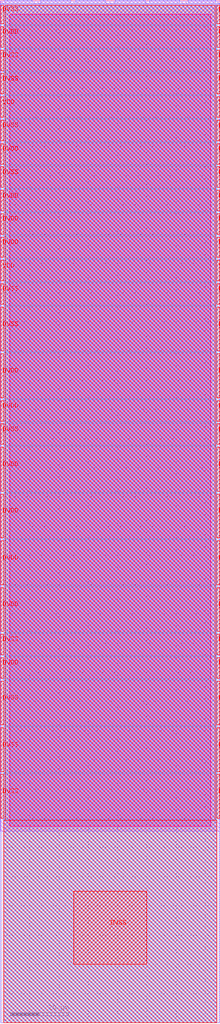
<source format=lef>
VERSION 5.7 ;
  NOWIREEXTENSIONATPIN ON ;
  DIVIDERCHAR "/" ;
  BUSBITCHARS "[]" ;
MACRO gf180mcu_fd_io__dvss
  CLASS PAD POWER ;
  FOREIGN gf180mcu_fd_io__dvss ;
  ORIGIN 0.000 0.000 ;
  SIZE 75.000 BY 350.000 ;
  SYMMETRY X Y R90 ;
  SITE GF_IO_Site ;
  PIN DVDD
    DIRECTION INOUT ;
    USE POWER ;
    PORT
      LAYER Metal5 ;
        RECT 74.000 118.000 75.000 125.000 ;
    END
    PORT
      LAYER Metal5 ;
        RECT 74.000 182.000 75.000 197.000 ;
    END
    PORT
      LAYER Metal5 ;
        RECT 74.000 166.000 75.000 181.000 ;
    END
    PORT
      LAYER Metal5 ;
        RECT 74.000 150.000 75.000 165.000 ;
    END
    PORT
      LAYER Metal5 ;
        RECT 74.000 134.000 75.000 149.000 ;
    END
    PORT
      LAYER Metal5 ;
        RECT 74.000 214.000 75.000 229.000 ;
    END
    PORT
      LAYER Metal5 ;
        RECT 74.000 206.000 75.000 213.000 ;
    END
    PORT
      LAYER Metal5 ;
        RECT 74.000 278.000 75.000 285.000 ;
    END
    PORT
      LAYER Metal5 ;
        RECT 74.000 270.000 75.000 277.000 ;
    END
    PORT
      LAYER Metal5 ;
        RECT 74.000 262.000 75.000 269.000 ;
    END
    PORT
      LAYER Metal5 ;
        RECT 74.000 294.000 75.000 301.000 ;
    END
    PORT
      LAYER Metal5 ;
        RECT 74.000 334.000 75.000 341.000 ;
    END
    PORT
      LAYER Metal4 ;
        RECT 74.000 118.000 75.000 125.000 ;
    END
    PORT
      LAYER Metal4 ;
        RECT 74.000 182.000 75.000 197.000 ;
    END
    PORT
      LAYER Metal4 ;
        RECT 74.000 166.000 75.000 181.000 ;
    END
    PORT
      LAYER Metal4 ;
        RECT 74.000 150.000 75.000 165.000 ;
    END
    PORT
      LAYER Metal4 ;
        RECT 74.000 134.000 75.000 149.000 ;
    END
    PORT
      LAYER Metal4 ;
        RECT 74.000 214.000 75.000 229.000 ;
    END
    PORT
      LAYER Metal4 ;
        RECT 74.000 206.000 75.000 213.000 ;
    END
    PORT
      LAYER Metal4 ;
        RECT 74.000 278.000 75.000 285.000 ;
    END
    PORT
      LAYER Metal4 ;
        RECT 74.000 270.000 75.000 277.000 ;
    END
    PORT
      LAYER Metal4 ;
        RECT 74.000 262.000 75.000 269.000 ;
    END
    PORT
      LAYER Metal4 ;
        RECT 74.000 294.000 75.000 301.000 ;
    END
    PORT
      LAYER Metal4 ;
        RECT 74.000 334.000 75.000 341.000 ;
    END
    PORT
      LAYER Metal3 ;
        RECT 74.000 118.000 75.000 125.000 ;
    END
    PORT
      LAYER Metal3 ;
        RECT 74.000 182.000 75.000 197.000 ;
    END
    PORT
      LAYER Metal3 ;
        RECT 74.000 166.000 75.000 181.000 ;
    END
    PORT
      LAYER Metal3 ;
        RECT 74.000 150.000 75.000 165.000 ;
    END
    PORT
      LAYER Metal3 ;
        RECT 74.000 134.000 75.000 149.000 ;
    END
    PORT
      LAYER Metal3 ;
        RECT 74.000 214.000 75.000 229.000 ;
    END
    PORT
      LAYER Metal3 ;
        RECT 74.000 206.000 75.000 213.000 ;
    END
    PORT
      LAYER Metal3 ;
        RECT 74.000 278.000 75.000 285.000 ;
    END
    PORT
      LAYER Metal3 ;
        RECT 74.000 270.000 75.000 277.000 ;
    END
    PORT
      LAYER Metal3 ;
        RECT 74.000 262.000 75.000 269.000 ;
    END
    PORT
      LAYER Metal3 ;
        RECT 74.000 294.000 75.000 301.000 ;
    END
    PORT
      LAYER Metal3 ;
        RECT 74.000 334.000 75.000 341.000 ;
    END
    PORT
      LAYER Metal3 ;
        RECT 0.000 334.000 1.000 341.000 ;
    END
    PORT
      LAYER Metal3 ;
        RECT 0.000 294.000 1.000 301.000 ;
    END
    PORT
      LAYER Metal3 ;
        RECT 0.000 262.000 1.000 269.000 ;
    END
    PORT
      LAYER Metal3 ;
        RECT 0.000 270.000 1.000 277.000 ;
    END
    PORT
      LAYER Metal3 ;
        RECT 0.000 278.000 1.000 285.000 ;
    END
    PORT
      LAYER Metal3 ;
        RECT 0.000 206.000 1.000 213.000 ;
    END
    PORT
      LAYER Metal3 ;
        RECT 0.000 214.000 1.000 229.000 ;
    END
    PORT
      LAYER Metal3 ;
        RECT 0.000 134.000 1.000 149.000 ;
    END
    PORT
      LAYER Metal3 ;
        RECT 0.000 150.000 1.000 165.000 ;
    END
    PORT
      LAYER Metal3 ;
        RECT 0.000 166.000 1.000 181.000 ;
    END
    PORT
      LAYER Metal3 ;
        RECT 0.000 182.000 1.000 197.000 ;
    END
    PORT
      LAYER Metal4 ;
        RECT 0.000 334.000 1.000 341.000 ;
    END
    PORT
      LAYER Metal4 ;
        RECT 0.000 294.000 1.000 301.000 ;
    END
    PORT
      LAYER Metal4 ;
        RECT 0.000 262.000 1.000 269.000 ;
    END
    PORT
      LAYER Metal4 ;
        RECT 0.000 270.000 1.000 277.000 ;
    END
    PORT
      LAYER Metal4 ;
        RECT 0.000 278.000 1.000 285.000 ;
    END
    PORT
      LAYER Metal4 ;
        RECT 0.000 206.000 1.000 213.000 ;
    END
    PORT
      LAYER Metal4 ;
        RECT 0.000 214.000 1.000 229.000 ;
    END
    PORT
      LAYER Metal4 ;
        RECT 0.000 134.000 1.000 149.000 ;
    END
    PORT
      LAYER Metal4 ;
        RECT 0.000 150.000 1.000 165.000 ;
    END
    PORT
      LAYER Metal4 ;
        RECT 0.000 166.000 1.000 181.000 ;
    END
    PORT
      LAYER Metal4 ;
        RECT 0.000 182.000 1.000 197.000 ;
    END
    PORT
      LAYER Metal5 ;
        RECT 0.000 334.000 1.000 341.000 ;
    END
    PORT
      LAYER Metal5 ;
        RECT 0.000 294.000 1.000 301.000 ;
    END
    PORT
      LAYER Metal5 ;
        RECT 0.000 262.000 1.000 269.000 ;
    END
    PORT
      LAYER Metal5 ;
        RECT 0.000 270.000 1.000 277.000 ;
    END
    PORT
      LAYER Metal5 ;
        RECT 0.000 278.000 1.000 285.000 ;
    END
    PORT
      LAYER Metal5 ;
        RECT 0.000 206.000 1.000 213.000 ;
    END
    PORT
      LAYER Metal5 ;
        RECT 0.000 214.000 1.000 229.000 ;
    END
    PORT
      LAYER Metal5 ;
        RECT 0.000 134.000 1.000 149.000 ;
    END
    PORT
      LAYER Metal5 ;
        RECT 0.000 150.000 1.000 165.000 ;
    END
    PORT
      LAYER Metal5 ;
        RECT 0.000 166.000 1.000 181.000 ;
    END
    PORT
      LAYER Metal5 ;
        RECT 0.000 182.000 1.000 197.000 ;
    END
    PORT
      LAYER Metal5 ;
        RECT 0.000 118.000 1.000 125.000 ;
    END
    PORT
      LAYER Metal4 ;
        RECT 0.000 118.000 1.000 125.000 ;
    END
    PORT
      LAYER Metal3 ;
        RECT 0.000 118.000 1.000 125.000 ;
    END
  END DVDD
  PIN DVSS
    DIRECTION INOUT ;
    USE GROUND ;
    PORT
      LAYER Metal5 ;
        RECT 25.000 20.000 50.000 45.000 ;
    END
    PORT
      LAYER Metal5 ;
        RECT 74.000 102.000 75.000 117.000 ;
    END
    PORT
      LAYER Metal5 ;
        RECT 74.000 86.000 75.000 101.000 ;
    END
    PORT
      LAYER Metal5 ;
        RECT 74.000 70.000 75.000 85.000 ;
    END
    PORT
      LAYER Metal5 ;
        RECT 74.000 126.000 75.000 133.000 ;
    END
    PORT
      LAYER Metal5 ;
        RECT 74.000 198.000 75.000 205.000 ;
    END
    PORT
      LAYER Metal5 ;
        RECT 74.000 230.000 75.000 245.000 ;
    END
    PORT
      LAYER Metal5 ;
        RECT 74.000 246.000 75.000 253.000 ;
    END
    PORT
      LAYER Metal5 ;
        RECT 74.000 286.000 75.000 293.000 ;
    END
    PORT
      LAYER Metal5 ;
        RECT 74.000 302.000 75.000 309.000 ;
    END
    PORT
      LAYER Metal5 ;
        RECT 74.000 318.000 75.000 325.000 ;
    END
    PORT
      LAYER Metal5 ;
        RECT 74.000 326.000 75.000 333.000 ;
    END
    PORT
      LAYER Metal5 ;
        RECT 74.000 342.000 75.000 348.390 ;
    END
    PORT
      LAYER Metal4 ;
        RECT 74.000 102.000 75.000 117.000 ;
    END
    PORT
      LAYER Metal4 ;
        RECT 74.000 86.000 75.000 101.000 ;
    END
    PORT
      LAYER Metal4 ;
        RECT 74.000 70.000 75.000 85.000 ;
    END
    PORT
      LAYER Metal4 ;
        RECT 74.000 126.000 75.000 133.000 ;
    END
    PORT
      LAYER Metal4 ;
        RECT 74.000 198.000 75.000 205.000 ;
    END
    PORT
      LAYER Metal4 ;
        RECT 74.000 230.000 75.000 245.000 ;
    END
    PORT
      LAYER Metal4 ;
        RECT 74.000 246.000 75.000 253.000 ;
    END
    PORT
      LAYER Metal4 ;
        RECT 74.000 286.000 75.000 293.000 ;
    END
    PORT
      LAYER Metal4 ;
        RECT 74.000 302.000 75.000 309.000 ;
    END
    PORT
      LAYER Metal4 ;
        RECT 74.000 318.000 75.000 325.000 ;
    END
    PORT
      LAYER Metal4 ;
        RECT 74.000 326.000 75.000 333.000 ;
    END
    PORT
      LAYER Metal4 ;
        RECT 74.000 342.000 75.000 348.390 ;
    END
    PORT
      LAYER Metal3 ;
        RECT 74.000 102.000 75.000 117.000 ;
    END
    PORT
      LAYER Metal3 ;
        RECT 74.000 86.000 75.000 101.000 ;
    END
    PORT
      LAYER Metal3 ;
        RECT 74.000 70.000 75.000 85.000 ;
    END
    PORT
      LAYER Metal3 ;
        RECT 74.000 126.000 75.000 133.000 ;
    END
    PORT
      LAYER Metal3 ;
        RECT 74.000 198.000 75.000 205.000 ;
    END
    PORT
      LAYER Metal3 ;
        RECT 74.000 230.000 75.000 245.000 ;
    END
    PORT
      LAYER Metal3 ;
        RECT 74.000 246.000 75.000 253.000 ;
    END
    PORT
      LAYER Metal3 ;
        RECT 74.000 286.000 75.000 293.000 ;
    END
    PORT
      LAYER Metal3 ;
        RECT 74.000 302.000 75.000 309.000 ;
    END
    PORT
      LAYER Metal3 ;
        RECT 74.000 318.000 75.000 325.000 ;
    END
    PORT
      LAYER Metal3 ;
        RECT 74.000 326.000 75.000 333.000 ;
    END
    PORT
      LAYER Metal3 ;
        RECT 74.000 342.000 75.000 348.390 ;
    END
    PORT
      LAYER Metal2 ;
        RECT 1.360 349.000 10.860 350.000 ;
    END
    PORT
      LAYER Metal2 ;
        RECT 13.760 349.000 24.010 350.000 ;
    END
    PORT
      LAYER Metal2 ;
        RECT 25.610 349.000 35.860 350.000 ;
    END
    PORT
      LAYER Metal2 ;
        RECT 39.140 349.000 49.390 350.000 ;
    END
    PORT
      LAYER Metal2 ;
        RECT 50.990 349.000 61.240 350.000 ;
    END
    PORT
      LAYER Metal3 ;
        RECT 0.000 342.000 1.000 348.390 ;
    END
    PORT
      LAYER Metal3 ;
        RECT 0.000 326.000 1.000 333.000 ;
    END
    PORT
      LAYER Metal3 ;
        RECT 0.000 318.000 1.000 325.000 ;
    END
    PORT
      LAYER Metal3 ;
        RECT 0.000 302.000 1.000 309.000 ;
    END
    PORT
      LAYER Metal3 ;
        RECT 0.000 286.000 1.000 293.000 ;
    END
    PORT
      LAYER Metal3 ;
        RECT 0.000 246.000 1.000 253.000 ;
    END
    PORT
      LAYER Metal3 ;
        RECT 0.000 230.000 1.000 245.000 ;
    END
    PORT
      LAYER Metal3 ;
        RECT 0.000 198.000 1.000 205.000 ;
    END
    PORT
      LAYER Metal3 ;
        RECT 0.000 126.000 1.000 133.000 ;
    END
    PORT
      LAYER Metal3 ;
        RECT 0.000 70.000 1.000 85.000 ;
    END
    PORT
      LAYER Metal3 ;
        RECT 0.000 86.000 1.000 101.000 ;
    END
    PORT
      LAYER Metal4 ;
        RECT 0.000 342.000 1.000 348.390 ;
    END
    PORT
      LAYER Metal4 ;
        RECT 0.000 326.000 1.000 333.000 ;
    END
    PORT
      LAYER Metal4 ;
        RECT 0.000 318.000 1.000 325.000 ;
    END
    PORT
      LAYER Metal4 ;
        RECT 0.000 302.000 1.000 309.000 ;
    END
    PORT
      LAYER Metal4 ;
        RECT 0.000 286.000 1.000 293.000 ;
    END
    PORT
      LAYER Metal4 ;
        RECT 0.000 246.000 1.000 253.000 ;
    END
    PORT
      LAYER Metal4 ;
        RECT 0.000 230.000 1.000 245.000 ;
    END
    PORT
      LAYER Metal4 ;
        RECT 0.000 198.000 1.000 205.000 ;
    END
    PORT
      LAYER Metal4 ;
        RECT 0.000 126.000 1.000 133.000 ;
    END
    PORT
      LAYER Metal4 ;
        RECT 0.000 70.000 1.000 85.000 ;
    END
    PORT
      LAYER Metal4 ;
        RECT 0.000 86.000 1.000 101.000 ;
    END
    PORT
      LAYER Metal5 ;
        RECT 0.000 342.000 1.000 348.390 ;
    END
    PORT
      LAYER Metal5 ;
        RECT 0.000 326.000 1.000 333.000 ;
    END
    PORT
      LAYER Metal5 ;
        RECT 0.000 318.000 1.000 325.000 ;
    END
    PORT
      LAYER Metal5 ;
        RECT 0.000 302.000 1.000 309.000 ;
    END
    PORT
      LAYER Metal5 ;
        RECT 0.000 286.000 1.000 293.000 ;
    END
    PORT
      LAYER Metal5 ;
        RECT 0.000 246.000 1.000 253.000 ;
    END
    PORT
      LAYER Metal5 ;
        RECT 0.000 230.000 1.000 245.000 ;
    END
    PORT
      LAYER Metal5 ;
        RECT 0.000 198.000 1.000 205.000 ;
    END
    PORT
      LAYER Metal5 ;
        RECT 0.000 126.000 1.000 133.000 ;
    END
    PORT
      LAYER Metal5 ;
        RECT 0.000 70.000 1.000 85.000 ;
    END
    PORT
      LAYER Metal5 ;
        RECT 0.000 86.000 1.000 101.000 ;
    END
    PORT
      LAYER Metal5 ;
        RECT 0.000 102.000 1.000 117.000 ;
    END
    PORT
      LAYER Metal4 ;
        RECT 0.000 102.000 1.000 117.000 ;
    END
    PORT
      LAYER Metal3 ;
        RECT 0.000 102.000 1.000 117.000 ;
    END
    PORT
      LAYER Metal2 ;
        RECT 64.140 349.000 73.640 350.000 ;
    END
  END DVSS
  PIN VDD
    DIRECTION INOUT ;
    USE POWER ;
    PORT
      LAYER Metal5 ;
        RECT 74.000 254.000 75.000 261.000 ;
    END
    PORT
      LAYER Metal5 ;
        RECT 74.000 310.000 75.000 317.000 ;
    END
    PORT
      LAYER Metal4 ;
        RECT 74.000 254.000 75.000 261.000 ;
    END
    PORT
      LAYER Metal4 ;
        RECT 74.000 310.000 75.000 317.000 ;
    END
    PORT
      LAYER Metal3 ;
        RECT 74.000 254.000 75.000 261.000 ;
    END
    PORT
      LAYER Metal3 ;
        RECT 74.000 310.000 75.000 317.000 ;
    END
    PORT
      LAYER Metal3 ;
        RECT 0.000 310.000 1.000 317.000 ;
    END
    PORT
      LAYER Metal4 ;
        RECT 0.000 310.000 1.000 317.000 ;
    END
    PORT
      LAYER Metal5 ;
        RECT 0.000 310.000 1.000 317.000 ;
    END
    PORT
      LAYER Metal5 ;
        RECT 0.000 254.000 1.000 261.000 ;
    END
    PORT
      LAYER Metal4 ;
        RECT 0.000 254.000 1.000 261.000 ;
    END
    PORT
      LAYER Metal3 ;
        RECT 0.000 254.000 1.000 261.000 ;
    END
  END VDD
  OBS
      LAYER Nwell ;
        RECT 3.060 67.195 71.940 345.275 ;
      LAYER Metal1 ;
        RECT -0.160 65.540 75.160 349.785 ;
      LAYER Metal2 ;
        RECT 0.000 348.700 1.060 349.000 ;
        RECT 11.160 348.700 13.460 349.000 ;
        RECT 24.310 348.700 25.310 349.000 ;
        RECT 36.160 348.700 38.840 349.000 ;
        RECT 49.690 348.700 50.690 349.000 ;
        RECT 61.540 348.700 63.840 349.000 ;
        RECT 73.940 348.700 75.000 349.000 ;
        RECT 0.000 0.000 75.000 348.700 ;
      LAYER Metal3 ;
        RECT 1.300 341.700 73.700 348.390 ;
        RECT 1.000 341.300 74.000 341.700 ;
        RECT 1.300 333.700 73.700 341.300 ;
        RECT 1.000 333.300 74.000 333.700 ;
        RECT 1.300 325.700 73.700 333.300 ;
        RECT 1.000 325.300 74.000 325.700 ;
        RECT 1.300 317.700 73.700 325.300 ;
        RECT 1.000 317.300 74.000 317.700 ;
        RECT 1.300 309.700 73.700 317.300 ;
        RECT 1.000 309.300 74.000 309.700 ;
        RECT 1.300 301.700 73.700 309.300 ;
        RECT 1.000 301.300 74.000 301.700 ;
        RECT 1.300 293.700 73.700 301.300 ;
        RECT 1.000 293.300 74.000 293.700 ;
        RECT 1.300 285.700 73.700 293.300 ;
        RECT 1.000 285.300 74.000 285.700 ;
        RECT 1.300 277.700 73.700 285.300 ;
        RECT 1.000 277.300 74.000 277.700 ;
        RECT 1.300 269.700 73.700 277.300 ;
        RECT 1.000 269.300 74.000 269.700 ;
        RECT 1.300 261.700 73.700 269.300 ;
        RECT 1.000 261.300 74.000 261.700 ;
        RECT 1.300 253.700 73.700 261.300 ;
        RECT 1.000 253.300 74.000 253.700 ;
        RECT 1.300 245.700 73.700 253.300 ;
        RECT 1.000 245.300 74.000 245.700 ;
        RECT 1.300 229.700 73.700 245.300 ;
        RECT 1.000 229.300 74.000 229.700 ;
        RECT 1.300 213.700 73.700 229.300 ;
        RECT 1.000 213.300 74.000 213.700 ;
        RECT 1.300 205.700 73.700 213.300 ;
        RECT 1.000 205.300 74.000 205.700 ;
        RECT 1.300 197.700 73.700 205.300 ;
        RECT 1.000 197.300 74.000 197.700 ;
        RECT 1.300 181.700 73.700 197.300 ;
        RECT 1.000 181.300 74.000 181.700 ;
        RECT 1.300 165.700 73.700 181.300 ;
        RECT 1.000 165.300 74.000 165.700 ;
        RECT 1.300 149.700 73.700 165.300 ;
        RECT 1.000 149.300 74.000 149.700 ;
        RECT 1.300 133.700 73.700 149.300 ;
        RECT 1.000 133.300 74.000 133.700 ;
        RECT 1.300 125.700 73.700 133.300 ;
        RECT 1.000 125.300 74.000 125.700 ;
        RECT 1.300 117.700 73.700 125.300 ;
        RECT 1.000 117.300 74.000 117.700 ;
        RECT 1.300 101.700 73.700 117.300 ;
        RECT 1.000 101.300 74.000 101.700 ;
        RECT 1.300 85.700 73.700 101.300 ;
        RECT 1.000 85.300 74.000 85.700 ;
        RECT 1.300 69.700 73.700 85.300 ;
        RECT 1.000 0.000 74.000 69.700 ;
      LAYER Metal4 ;
        RECT 1.300 341.700 73.700 348.390 ;
        RECT 1.000 341.300 74.000 341.700 ;
        RECT 1.300 333.700 73.700 341.300 ;
        RECT 1.000 333.300 74.000 333.700 ;
        RECT 1.300 325.700 73.700 333.300 ;
        RECT 1.000 325.300 74.000 325.700 ;
        RECT 1.300 317.700 73.700 325.300 ;
        RECT 1.000 317.300 74.000 317.700 ;
        RECT 1.300 309.700 73.700 317.300 ;
        RECT 1.000 309.300 74.000 309.700 ;
        RECT 1.300 301.700 73.700 309.300 ;
        RECT 1.000 301.300 74.000 301.700 ;
        RECT 1.300 293.700 73.700 301.300 ;
        RECT 1.000 293.300 74.000 293.700 ;
        RECT 1.300 285.700 73.700 293.300 ;
        RECT 1.000 285.300 74.000 285.700 ;
        RECT 1.300 277.700 73.700 285.300 ;
        RECT 1.000 277.300 74.000 277.700 ;
        RECT 1.300 269.700 73.700 277.300 ;
        RECT 1.000 269.300 74.000 269.700 ;
        RECT 1.300 261.700 73.700 269.300 ;
        RECT 1.000 261.300 74.000 261.700 ;
        RECT 1.300 253.700 73.700 261.300 ;
        RECT 1.000 253.300 74.000 253.700 ;
        RECT 1.300 245.700 73.700 253.300 ;
        RECT 1.000 245.300 74.000 245.700 ;
        RECT 1.300 229.700 73.700 245.300 ;
        RECT 1.000 229.300 74.000 229.700 ;
        RECT 1.300 213.700 73.700 229.300 ;
        RECT 1.000 213.300 74.000 213.700 ;
        RECT 1.300 205.700 73.700 213.300 ;
        RECT 1.000 205.300 74.000 205.700 ;
        RECT 1.300 197.700 73.700 205.300 ;
        RECT 1.000 197.300 74.000 197.700 ;
        RECT 1.300 181.700 73.700 197.300 ;
        RECT 1.000 181.300 74.000 181.700 ;
        RECT 1.300 165.700 73.700 181.300 ;
        RECT 1.000 165.300 74.000 165.700 ;
        RECT 1.300 149.700 73.700 165.300 ;
        RECT 1.000 149.300 74.000 149.700 ;
        RECT 1.300 133.700 73.700 149.300 ;
        RECT 1.000 133.300 74.000 133.700 ;
        RECT 1.300 125.700 73.700 133.300 ;
        RECT 1.000 125.300 74.000 125.700 ;
        RECT 1.300 117.700 73.700 125.300 ;
        RECT 1.000 117.300 74.000 117.700 ;
        RECT 1.300 101.700 73.700 117.300 ;
        RECT 1.000 101.300 74.000 101.700 ;
        RECT 1.300 85.700 73.700 101.300 ;
        RECT 1.000 85.300 74.000 85.700 ;
        RECT 1.300 69.700 73.700 85.300 ;
        RECT 1.000 0.000 74.000 69.700 ;
      LAYER Metal5 ;
        RECT 1.600 69.400 73.400 348.390 ;
        RECT 1.000 0.000 74.000 69.400 ;
  END
END gf180mcu_fd_io__dvss
END LIBRARY


</source>
